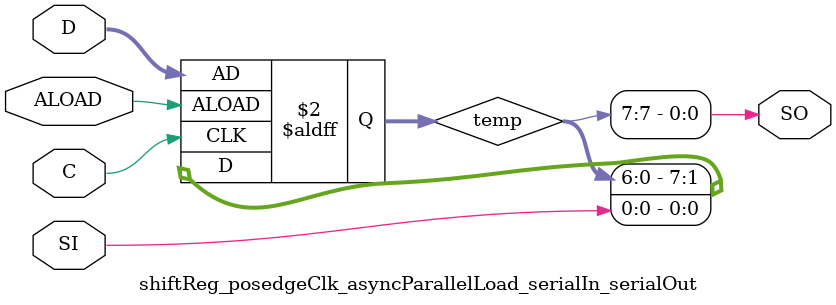
<source format=v>
`timescale 1ns / 1ps

module shiftReg_posedgeClk_asyncParallelLoad_serialIn_serialOut(
    input C,
    input ALOAD,
    input SI,
    input [7:0] D,
    output SO
    );
	 
	 reg [7:0] temp;
	 
	 always @ (posedge C or posedge ALOAD) begin
		if (ALOAD)
			temp <= D;
		else
			temp <= {temp[6:0], SI};
	 end

	assign SO = temp[7];

endmodule

</source>
